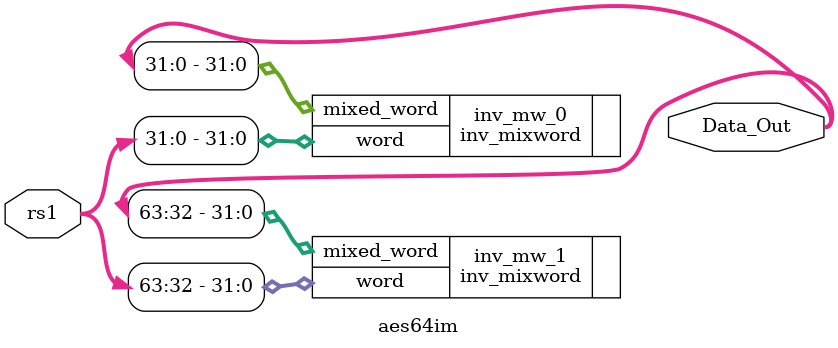
<source format=sv>

module aes64im(input logic [63:0] rs1,
               output logic [63:0] Data_Out);

   inv_mixword inv_mw_0(.word(rs1[31:0]), .mixed_word(Data_Out[31:0]));
   inv_mixword inv_mw_1(.word(rs1[63:32]), .mixed_word(Data_Out[63:32]));
endmodule

</source>
